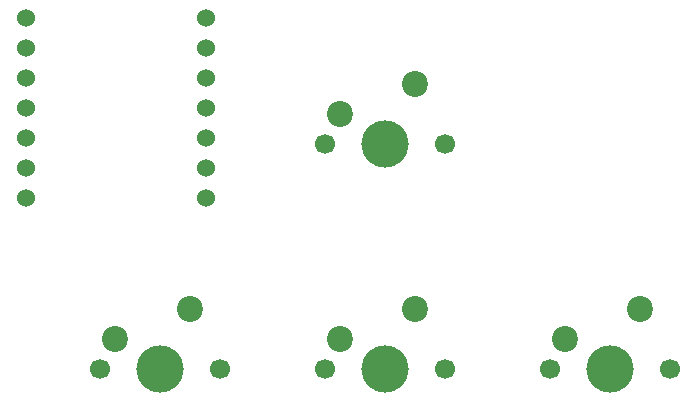
<source format=gbr>
%TF.GenerationSoftware,KiCad,Pcbnew,9.0.2*%
%TF.CreationDate,2025-06-20T14:09:44-04:00*%
%TF.ProjectId,hackpad,6861636b-7061-4642-9e6b-696361645f70,rev?*%
%TF.SameCoordinates,Original*%
%TF.FileFunction,Soldermask,Bot*%
%TF.FilePolarity,Negative*%
%FSLAX46Y46*%
G04 Gerber Fmt 4.6, Leading zero omitted, Abs format (unit mm)*
G04 Created by KiCad (PCBNEW 9.0.2) date 2025-06-20 14:09:44*
%MOMM*%
%LPD*%
G01*
G04 APERTURE LIST*
%ADD10C,1.524000*%
%ADD11C,1.700000*%
%ADD12C,4.000000*%
%ADD13C,2.200000*%
G04 APERTURE END LIST*
D10*
%TO.C,U1*%
X129880000Y-67948500D03*
X129880000Y-70488500D03*
X129880000Y-73028500D03*
X129880000Y-75568500D03*
X129880000Y-78108500D03*
X129880000Y-80648500D03*
X129880000Y-83188500D03*
X145120000Y-83188500D03*
X145120000Y-80648500D03*
X145120000Y-78108500D03*
X145120000Y-75568500D03*
X145120000Y-73028500D03*
X145120000Y-70488500D03*
X145120000Y-67948500D03*
%TD*%
D11*
%TO.C,SW4*%
X174270000Y-97610000D03*
D12*
X179350000Y-97610000D03*
D11*
X184430000Y-97610000D03*
D13*
X181890000Y-92530000D03*
X175540000Y-95070000D03*
%TD*%
D11*
%TO.C,SW3*%
X155219400Y-97612200D03*
D12*
X160299400Y-97612200D03*
D11*
X165379400Y-97612200D03*
D13*
X162839400Y-92532200D03*
X156489400Y-95072200D03*
%TD*%
D11*
%TO.C,SW1*%
X155210000Y-78560000D03*
D12*
X160290000Y-78560000D03*
D11*
X165370000Y-78560000D03*
D13*
X162830000Y-73480000D03*
X156480000Y-76020000D03*
%TD*%
D11*
%TO.C,SW2*%
X136160000Y-97610000D03*
D12*
X141240000Y-97610000D03*
D11*
X146320000Y-97610000D03*
D13*
X143780000Y-92530000D03*
X137430000Y-95070000D03*
%TD*%
M02*

</source>
